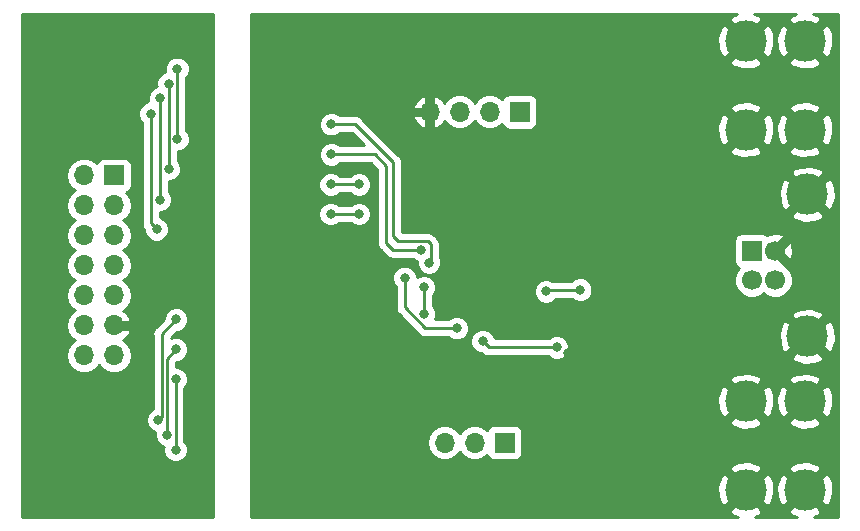
<source format=gbr>
G04 #@! TF.GenerationSoftware,KiCad,Pcbnew,(5.0.2)-1*
G04 #@! TF.CreationDate,2019-03-19T19:21:29-04:00*
G04 #@! TF.ProjectId,Keithley_17X_USB,4b656974-686c-4657-995f-3137585f5553,rev?*
G04 #@! TF.SameCoordinates,Original*
G04 #@! TF.FileFunction,Copper,L2,Bot*
G04 #@! TF.FilePolarity,Positive*
%FSLAX46Y46*%
G04 Gerber Fmt 4.6, Leading zero omitted, Abs format (unit mm)*
G04 Created by KiCad (PCBNEW (5.0.2)-1) date 3/19/2019 7:21:29 PM*
%MOMM*%
%LPD*%
G01*
G04 APERTURE LIST*
G04 #@! TA.AperFunction,ComponentPad*
%ADD10R,1.700000X1.700000*%
G04 #@! TD*
G04 #@! TA.AperFunction,ComponentPad*
%ADD11C,1.700000*%
G04 #@! TD*
G04 #@! TA.AperFunction,ComponentPad*
%ADD12C,3.500000*%
G04 #@! TD*
G04 #@! TA.AperFunction,ComponentPad*
%ADD13O,1.700000X1.700000*%
G04 #@! TD*
G04 #@! TA.AperFunction,ComponentPad*
%ADD14C,5.600000*%
G04 #@! TD*
G04 #@! TA.AperFunction,ViaPad*
%ADD15C,0.800000*%
G04 #@! TD*
G04 #@! TA.AperFunction,Conductor*
%ADD16C,0.250000*%
G04 #@! TD*
G04 #@! TA.AperFunction,Conductor*
%ADD17C,0.254000*%
G04 #@! TD*
G04 APERTURE END LIST*
D10*
G04 #@! TO.P,J1,1*
G04 #@! TO.N,Net-(D1-Pad1)*
X132000000Y-70000000D03*
D11*
G04 #@! TO.P,J1,2*
G04 #@! TO.N,/D-*
X132000000Y-72500000D03*
G04 #@! TO.P,J1,3*
G04 #@! TO.N,/D+*
X134000000Y-72500000D03*
G04 #@! TO.P,J1,4*
G04 #@! TO.N,GND*
X134000000Y-70000000D03*
D12*
G04 #@! TO.P,J1,5*
X136710000Y-65230000D03*
X136710000Y-77270000D03*
G04 #@! TD*
D13*
G04 #@! TO.P,J2,14*
G04 #@! TO.N,N/C*
X75460000Y-78870000D03*
G04 #@! TO.P,J2,13*
G04 #@! TO.N,/D5_IN*
X78000000Y-78870000D03*
G04 #@! TO.P,J2,12*
G04 #@! TO.N,/OVERRANGE_IN*
X75460000Y-76330000D03*
G04 #@! TO.P,J2,11*
G04 #@! TO.N,GNDA*
X78000000Y-76330000D03*
G04 #@! TO.P,J2,10*
G04 #@! TO.N,N/C*
X75460000Y-73790000D03*
G04 #@! TO.P,J2,9*
G04 #@! TO.N,/B1_IN*
X78000000Y-73790000D03*
G04 #@! TO.P,J2,8*
G04 #@! TO.N,N/C*
X75460000Y-71250000D03*
G04 #@! TO.P,J2,7*
G04 #@! TO.N,/B2_IN*
X78000000Y-71250000D03*
G04 #@! TO.P,J2,6*
G04 #@! TO.N,/SIGN_IN*
X75460000Y-68710000D03*
G04 #@! TO.P,J2,5*
G04 #@! TO.N,/B4_IN*
X78000000Y-68710000D03*
G04 #@! TO.P,J2,4*
G04 #@! TO.N,N/C*
X75460000Y-66170000D03*
G04 #@! TO.P,J2,3*
G04 #@! TO.N,/B8_IN*
X78000000Y-66170000D03*
G04 #@! TO.P,J2,2*
G04 #@! TO.N,N/C*
X75460000Y-63630000D03*
D10*
G04 #@! TO.P,J2,1*
G04 #@! TO.N,/CLK_IN*
X78000000Y-63630000D03*
G04 #@! TD*
D14*
G04 #@! TO.P,H1,1*
G04 #@! TO.N,GND*
X95600000Y-52700000D03*
G04 #@! TD*
G04 #@! TO.P,H2,1*
G04 #@! TO.N,GND*
X95600000Y-89800000D03*
G04 #@! TD*
G04 #@! TO.P,H3,1*
G04 #@! TO.N,GND*
X121500000Y-89800000D03*
G04 #@! TD*
G04 #@! TO.P,H4,1*
G04 #@! TO.N,GND*
X121500000Y-52700000D03*
G04 #@! TD*
D12*
G04 #@! TO.P,H5,1*
G04 #@! TO.N,GND*
X131500000Y-52250000D03*
X136500000Y-52250000D03*
X136500000Y-59750000D03*
X131500000Y-59750000D03*
G04 #@! TD*
G04 #@! TO.P,H6,1*
G04 #@! TO.N,GND*
X131500000Y-90250000D03*
X136500000Y-90250000D03*
X136500000Y-82750000D03*
X131500000Y-82750000D03*
G04 #@! TD*
D10*
G04 #@! TO.P,J3,1*
G04 #@! TO.N,+3V3*
X112340000Y-58250000D03*
D13*
G04 #@! TO.P,J3,2*
G04 #@! TO.N,/SBWTDIO*
X109800000Y-58250000D03*
G04 #@! TO.P,J3,3*
G04 #@! TO.N,/SBWTCK*
X107260000Y-58250000D03*
G04 #@! TO.P,J3,4*
G04 #@! TO.N,GND*
X104720000Y-58250000D03*
G04 #@! TD*
D10*
G04 #@! TO.P,JP1,1*
G04 #@! TO.N,Net-(JP1-Pad1)*
X111065000Y-86250000D03*
D13*
G04 #@! TO.P,JP1,2*
G04 #@! TO.N,/RATE*
X108525000Y-86250000D03*
G04 #@! TO.P,JP1,3*
G04 #@! TO.N,Net-(JP1-Pad3)*
X105985000Y-86250000D03*
G04 #@! TD*
D15*
G04 #@! TO.N,GND*
X128700000Y-64500000D03*
X127700000Y-77450000D03*
X115400000Y-76200000D03*
X119350000Y-71750000D03*
X112050000Y-69800000D03*
X112050000Y-71750000D03*
X92860000Y-60570000D03*
X92860000Y-63120000D03*
X92860000Y-65660000D03*
X92860000Y-68200000D03*
X127350000Y-61300000D03*
X127350000Y-58250000D03*
X104350000Y-65150000D03*
X116450000Y-78650000D03*
X113700000Y-67150000D03*
X110500000Y-65125000D03*
X112900000Y-62700000D03*
X107240000Y-80450000D03*
X98350000Y-72900000D03*
X92860000Y-75580000D03*
X92860000Y-78120000D03*
X92860000Y-80650000D03*
X92860000Y-83190000D03*
X103020000Y-65150000D03*
G04 #@! TO.N,+3V3*
X102600000Y-72300000D03*
X107010000Y-76570000D03*
G04 #@! TO.N,/RXLED*
X114575000Y-73450000D03*
X117475000Y-73300000D03*
G04 #@! TO.N,GNDA*
X75040000Y-84335000D03*
X75040000Y-85605000D03*
X75040000Y-86875000D03*
X75040000Y-88145000D03*
X74940000Y-54590000D03*
X74940000Y-55860000D03*
X74940000Y-57130000D03*
X74940000Y-58400000D03*
G04 #@! TO.N,/RATE*
X104250000Y-73100000D03*
X104250000Y-75350000D03*
G04 #@! TO.N,Net-(RN1-Pad6)*
X83210000Y-80900000D03*
X83210000Y-86870000D03*
G04 #@! TO.N,Net-(RN1-Pad7)*
X82480000Y-85600000D03*
X83260000Y-78365000D03*
G04 #@! TO.N,Net-(RN1-Pad8)*
X81750000Y-84340000D03*
X83260000Y-75825000D03*
G04 #@! TO.N,Net-(RN2-Pad8)*
X83360000Y-60570000D03*
X83360000Y-54600000D03*
G04 #@! TO.N,Net-(RN2-Pad7)*
X82630000Y-63100000D03*
X82630000Y-55870000D03*
G04 #@! TO.N,Net-(RN2-Pad6)*
X81900000Y-65700000D03*
X81900000Y-57100000D03*
G04 #@! TO.N,Net-(RN2-Pad5)*
X81600000Y-68200000D03*
X81100000Y-58400000D03*
G04 #@! TO.N,/B1*
X96350000Y-66900000D03*
X98750000Y-66900000D03*
G04 #@! TO.N,/B2*
X96350000Y-64400000D03*
X98750000Y-64400000D03*
G04 #@! TO.N,/B4*
X104000000Y-69950000D03*
X96400000Y-61850000D03*
G04 #@! TO.N,/B8*
X96400000Y-59300000D03*
X104670000Y-71010000D03*
G04 #@! TO.N,/RXD*
X115500000Y-78200000D03*
X109210000Y-77670000D03*
G04 #@! TD*
D16*
G04 #@! TO.N,+3V3*
X104360000Y-76570000D02*
X102600000Y-74810000D01*
X102600000Y-74810000D02*
X102600000Y-72300000D01*
X107010000Y-76570000D02*
X104360000Y-76570000D01*
G04 #@! TO.N,/RXLED*
X114575000Y-73450000D02*
X114725000Y-73300000D01*
X114725000Y-73300000D02*
X117475000Y-73300000D01*
G04 #@! TO.N,/SIGN_IN*
X75460000Y-68830000D02*
X75460000Y-68840000D01*
G04 #@! TO.N,/RATE*
X104250000Y-73100000D02*
X104250000Y-75350000D01*
G04 #@! TO.N,Net-(RN1-Pad6)*
X83210000Y-80900000D02*
X83210000Y-86870000D01*
G04 #@! TO.N,Net-(RN1-Pad7)*
X82480000Y-79145000D02*
X83260000Y-78365000D01*
X82480000Y-85600000D02*
X82480000Y-79145000D01*
G04 #@! TO.N,Net-(RN1-Pad8)*
X82030000Y-77055000D02*
X83260000Y-75825000D01*
X81750000Y-84340000D02*
X82030000Y-84060000D01*
X82030000Y-84060000D02*
X82030000Y-77055000D01*
G04 #@! TO.N,Net-(RN2-Pad8)*
X83360000Y-60570000D02*
X83360000Y-54600000D01*
G04 #@! TO.N,Net-(RN2-Pad7)*
X82630000Y-55870000D02*
X82630000Y-63100000D01*
G04 #@! TO.N,Net-(RN2-Pad6)*
X81900000Y-57100000D02*
X81900000Y-65700000D01*
G04 #@! TO.N,Net-(RN2-Pad5)*
X81600000Y-68200000D02*
X81100000Y-67700000D01*
X81100000Y-67700000D02*
X81100000Y-58400000D01*
G04 #@! TO.N,/B1*
X96350000Y-66900000D02*
X98750000Y-66900000D01*
G04 #@! TO.N,/B2*
X96350000Y-64400000D02*
X98750000Y-64400000D01*
G04 #@! TO.N,/B4*
X96400000Y-61850000D02*
X100060000Y-61850000D01*
X104000000Y-69950000D02*
X101630000Y-69950000D01*
X101630000Y-69950000D02*
X101050000Y-69370000D01*
X101050000Y-69370000D02*
X101050000Y-62840000D01*
X101050000Y-62840000D02*
X100060000Y-61850000D01*
G04 #@! TO.N,/B8*
X104670000Y-71010000D02*
X104820000Y-70860000D01*
X104820000Y-70860000D02*
X104820000Y-69440000D01*
X104820000Y-69440000D02*
X104570000Y-69190000D01*
X104570000Y-69190000D02*
X102010000Y-69190000D01*
X102010000Y-69190000D02*
X101600000Y-68780000D01*
X101600000Y-68780000D02*
X101600000Y-62470000D01*
X98430000Y-59300000D02*
X96400000Y-59300000D01*
X101600000Y-62470000D02*
X98430000Y-59300000D01*
G04 #@! TO.N,/RXD*
X115500000Y-78200000D02*
X109740000Y-78200000D01*
X109740000Y-78200000D02*
X109210000Y-77670000D01*
G04 #@! TD*
D17*
G04 #@! TO.N,GNDA*
G36*
X86373000Y-92540000D02*
X70210000Y-92540000D01*
X70210000Y-84134126D01*
X80715000Y-84134126D01*
X80715000Y-84545874D01*
X80872569Y-84926280D01*
X81163720Y-85217431D01*
X81466279Y-85342755D01*
X81445000Y-85394126D01*
X81445000Y-85805874D01*
X81602569Y-86186280D01*
X81893720Y-86477431D01*
X82199814Y-86604219D01*
X82175000Y-86664126D01*
X82175000Y-87075874D01*
X82332569Y-87456280D01*
X82623720Y-87747431D01*
X83004126Y-87905000D01*
X83415874Y-87905000D01*
X83796280Y-87747431D01*
X84087431Y-87456280D01*
X84245000Y-87075874D01*
X84245000Y-86664126D01*
X84087431Y-86283720D01*
X83970000Y-86166289D01*
X83970000Y-81603711D01*
X84087431Y-81486280D01*
X84245000Y-81105874D01*
X84245000Y-80694126D01*
X84087431Y-80313720D01*
X83796280Y-80022569D01*
X83415874Y-79865000D01*
X83240000Y-79865000D01*
X83240000Y-79459801D01*
X83299801Y-79400000D01*
X83465874Y-79400000D01*
X83846280Y-79242431D01*
X84137431Y-78951280D01*
X84295000Y-78570874D01*
X84295000Y-78159126D01*
X84137431Y-77778720D01*
X83846280Y-77487569D01*
X83465874Y-77330000D01*
X83054126Y-77330000D01*
X82790000Y-77439404D01*
X82790000Y-77369801D01*
X83299802Y-76860000D01*
X83465874Y-76860000D01*
X83846280Y-76702431D01*
X84137431Y-76411280D01*
X84295000Y-76030874D01*
X84295000Y-75619126D01*
X84137431Y-75238720D01*
X83846280Y-74947569D01*
X83465874Y-74790000D01*
X83054126Y-74790000D01*
X82673720Y-74947569D01*
X82382569Y-75238720D01*
X82225000Y-75619126D01*
X82225000Y-75785198D01*
X81545528Y-76464671D01*
X81482072Y-76507071D01*
X81439672Y-76570527D01*
X81439671Y-76570528D01*
X81314097Y-76758463D01*
X81255112Y-77055000D01*
X81270001Y-77129852D01*
X81270000Y-83418546D01*
X81163720Y-83462569D01*
X80872569Y-83753720D01*
X80715000Y-84134126D01*
X70210000Y-84134126D01*
X70210000Y-63630000D01*
X73945908Y-63630000D01*
X74061161Y-64209418D01*
X74389375Y-64700625D01*
X74687761Y-64900000D01*
X74389375Y-65099375D01*
X74061161Y-65590582D01*
X73945908Y-66170000D01*
X74061161Y-66749418D01*
X74389375Y-67240625D01*
X74687761Y-67440000D01*
X74389375Y-67639375D01*
X74061161Y-68130582D01*
X73945908Y-68710000D01*
X74061161Y-69289418D01*
X74389375Y-69780625D01*
X74687761Y-69980000D01*
X74389375Y-70179375D01*
X74061161Y-70670582D01*
X73945908Y-71250000D01*
X74061161Y-71829418D01*
X74389375Y-72320625D01*
X74687761Y-72520000D01*
X74389375Y-72719375D01*
X74061161Y-73210582D01*
X73945908Y-73790000D01*
X74061161Y-74369418D01*
X74389375Y-74860625D01*
X74687761Y-75060000D01*
X74389375Y-75259375D01*
X74061161Y-75750582D01*
X73945908Y-76330000D01*
X74061161Y-76909418D01*
X74389375Y-77400625D01*
X74687761Y-77600000D01*
X74389375Y-77799375D01*
X74061161Y-78290582D01*
X73945908Y-78870000D01*
X74061161Y-79449418D01*
X74389375Y-79940625D01*
X74880582Y-80268839D01*
X75313744Y-80355000D01*
X75606256Y-80355000D01*
X76039418Y-80268839D01*
X76530625Y-79940625D01*
X76730000Y-79642239D01*
X76929375Y-79940625D01*
X77420582Y-80268839D01*
X77853744Y-80355000D01*
X78146256Y-80355000D01*
X78579418Y-80268839D01*
X79070625Y-79940625D01*
X79398839Y-79449418D01*
X79514092Y-78870000D01*
X79398839Y-78290582D01*
X79070625Y-77799375D01*
X78744788Y-77581658D01*
X78995468Y-77431966D01*
X79341397Y-76967135D01*
X79399012Y-76827985D01*
X79297848Y-76603000D01*
X78273000Y-76603000D01*
X78273000Y-76623000D01*
X77727000Y-76623000D01*
X77727000Y-76603000D01*
X77707000Y-76603000D01*
X77707000Y-76057000D01*
X77727000Y-76057000D01*
X77727000Y-76037000D01*
X78273000Y-76037000D01*
X78273000Y-76057000D01*
X79297848Y-76057000D01*
X79399012Y-75832015D01*
X79341397Y-75692865D01*
X78995468Y-75228034D01*
X78744788Y-75078342D01*
X79070625Y-74860625D01*
X79398839Y-74369418D01*
X79514092Y-73790000D01*
X79398839Y-73210582D01*
X79070625Y-72719375D01*
X78772239Y-72520000D01*
X79070625Y-72320625D01*
X79398839Y-71829418D01*
X79514092Y-71250000D01*
X79398839Y-70670582D01*
X79070625Y-70179375D01*
X78772239Y-69980000D01*
X79070625Y-69780625D01*
X79398839Y-69289418D01*
X79514092Y-68710000D01*
X79398839Y-68130582D01*
X79070625Y-67639375D01*
X78772239Y-67440000D01*
X79070625Y-67240625D01*
X79398839Y-66749418D01*
X79514092Y-66170000D01*
X79398839Y-65590582D01*
X79070625Y-65099375D01*
X79052381Y-65087184D01*
X79097765Y-65078157D01*
X79307809Y-64937809D01*
X79448157Y-64727765D01*
X79497440Y-64480000D01*
X79497440Y-62780000D01*
X79448157Y-62532235D01*
X79307809Y-62322191D01*
X79097765Y-62181843D01*
X78850000Y-62132560D01*
X77150000Y-62132560D01*
X76902235Y-62181843D01*
X76692191Y-62322191D01*
X76551843Y-62532235D01*
X76542816Y-62577619D01*
X76530625Y-62559375D01*
X76039418Y-62231161D01*
X75606256Y-62145000D01*
X75313744Y-62145000D01*
X74880582Y-62231161D01*
X74389375Y-62559375D01*
X74061161Y-63050582D01*
X73945908Y-63630000D01*
X70210000Y-63630000D01*
X70210000Y-58194126D01*
X80065000Y-58194126D01*
X80065000Y-58605874D01*
X80222569Y-58986280D01*
X80340001Y-59103712D01*
X80340000Y-67625153D01*
X80325112Y-67700000D01*
X80340000Y-67774847D01*
X80340000Y-67774851D01*
X80384096Y-67996536D01*
X80552071Y-68247929D01*
X80565000Y-68256568D01*
X80565000Y-68405874D01*
X80722569Y-68786280D01*
X81013720Y-69077431D01*
X81394126Y-69235000D01*
X81805874Y-69235000D01*
X82186280Y-69077431D01*
X82477431Y-68786280D01*
X82635000Y-68405874D01*
X82635000Y-67994126D01*
X82477431Y-67613720D01*
X82186280Y-67322569D01*
X81860000Y-67187420D01*
X81860000Y-66735000D01*
X82105874Y-66735000D01*
X82486280Y-66577431D01*
X82777431Y-66286280D01*
X82935000Y-65905874D01*
X82935000Y-65494126D01*
X82777431Y-65113720D01*
X82660000Y-64996289D01*
X82660000Y-64135000D01*
X82835874Y-64135000D01*
X83216280Y-63977431D01*
X83507431Y-63686280D01*
X83665000Y-63305874D01*
X83665000Y-62894126D01*
X83507431Y-62513720D01*
X83390000Y-62396289D01*
X83390000Y-61605000D01*
X83565874Y-61605000D01*
X83946280Y-61447431D01*
X84237431Y-61156280D01*
X84395000Y-60775874D01*
X84395000Y-60364126D01*
X84237431Y-59983720D01*
X84120000Y-59866289D01*
X84120000Y-55303711D01*
X84237431Y-55186280D01*
X84395000Y-54805874D01*
X84395000Y-54394126D01*
X84237431Y-54013720D01*
X83946280Y-53722569D01*
X83565874Y-53565000D01*
X83154126Y-53565000D01*
X82773720Y-53722569D01*
X82482569Y-54013720D01*
X82325000Y-54394126D01*
X82325000Y-54805874D01*
X82349814Y-54865781D01*
X82043720Y-54992569D01*
X81752569Y-55283720D01*
X81595000Y-55664126D01*
X81595000Y-56075874D01*
X81605672Y-56101639D01*
X81313720Y-56222569D01*
X81022569Y-56513720D01*
X80865000Y-56894126D01*
X80865000Y-57305874D01*
X80890170Y-57366639D01*
X80513720Y-57522569D01*
X80222569Y-57813720D01*
X80065000Y-58194126D01*
X70210000Y-58194126D01*
X70210000Y-49960000D01*
X86373000Y-49960000D01*
X86373000Y-92540000D01*
X86373000Y-92540000D01*
G37*
X86373000Y-92540000D02*
X70210000Y-92540000D01*
X70210000Y-84134126D01*
X80715000Y-84134126D01*
X80715000Y-84545874D01*
X80872569Y-84926280D01*
X81163720Y-85217431D01*
X81466279Y-85342755D01*
X81445000Y-85394126D01*
X81445000Y-85805874D01*
X81602569Y-86186280D01*
X81893720Y-86477431D01*
X82199814Y-86604219D01*
X82175000Y-86664126D01*
X82175000Y-87075874D01*
X82332569Y-87456280D01*
X82623720Y-87747431D01*
X83004126Y-87905000D01*
X83415874Y-87905000D01*
X83796280Y-87747431D01*
X84087431Y-87456280D01*
X84245000Y-87075874D01*
X84245000Y-86664126D01*
X84087431Y-86283720D01*
X83970000Y-86166289D01*
X83970000Y-81603711D01*
X84087431Y-81486280D01*
X84245000Y-81105874D01*
X84245000Y-80694126D01*
X84087431Y-80313720D01*
X83796280Y-80022569D01*
X83415874Y-79865000D01*
X83240000Y-79865000D01*
X83240000Y-79459801D01*
X83299801Y-79400000D01*
X83465874Y-79400000D01*
X83846280Y-79242431D01*
X84137431Y-78951280D01*
X84295000Y-78570874D01*
X84295000Y-78159126D01*
X84137431Y-77778720D01*
X83846280Y-77487569D01*
X83465874Y-77330000D01*
X83054126Y-77330000D01*
X82790000Y-77439404D01*
X82790000Y-77369801D01*
X83299802Y-76860000D01*
X83465874Y-76860000D01*
X83846280Y-76702431D01*
X84137431Y-76411280D01*
X84295000Y-76030874D01*
X84295000Y-75619126D01*
X84137431Y-75238720D01*
X83846280Y-74947569D01*
X83465874Y-74790000D01*
X83054126Y-74790000D01*
X82673720Y-74947569D01*
X82382569Y-75238720D01*
X82225000Y-75619126D01*
X82225000Y-75785198D01*
X81545528Y-76464671D01*
X81482072Y-76507071D01*
X81439672Y-76570527D01*
X81439671Y-76570528D01*
X81314097Y-76758463D01*
X81255112Y-77055000D01*
X81270001Y-77129852D01*
X81270000Y-83418546D01*
X81163720Y-83462569D01*
X80872569Y-83753720D01*
X80715000Y-84134126D01*
X70210000Y-84134126D01*
X70210000Y-63630000D01*
X73945908Y-63630000D01*
X74061161Y-64209418D01*
X74389375Y-64700625D01*
X74687761Y-64900000D01*
X74389375Y-65099375D01*
X74061161Y-65590582D01*
X73945908Y-66170000D01*
X74061161Y-66749418D01*
X74389375Y-67240625D01*
X74687761Y-67440000D01*
X74389375Y-67639375D01*
X74061161Y-68130582D01*
X73945908Y-68710000D01*
X74061161Y-69289418D01*
X74389375Y-69780625D01*
X74687761Y-69980000D01*
X74389375Y-70179375D01*
X74061161Y-70670582D01*
X73945908Y-71250000D01*
X74061161Y-71829418D01*
X74389375Y-72320625D01*
X74687761Y-72520000D01*
X74389375Y-72719375D01*
X74061161Y-73210582D01*
X73945908Y-73790000D01*
X74061161Y-74369418D01*
X74389375Y-74860625D01*
X74687761Y-75060000D01*
X74389375Y-75259375D01*
X74061161Y-75750582D01*
X73945908Y-76330000D01*
X74061161Y-76909418D01*
X74389375Y-77400625D01*
X74687761Y-77600000D01*
X74389375Y-77799375D01*
X74061161Y-78290582D01*
X73945908Y-78870000D01*
X74061161Y-79449418D01*
X74389375Y-79940625D01*
X74880582Y-80268839D01*
X75313744Y-80355000D01*
X75606256Y-80355000D01*
X76039418Y-80268839D01*
X76530625Y-79940625D01*
X76730000Y-79642239D01*
X76929375Y-79940625D01*
X77420582Y-80268839D01*
X77853744Y-80355000D01*
X78146256Y-80355000D01*
X78579418Y-80268839D01*
X79070625Y-79940625D01*
X79398839Y-79449418D01*
X79514092Y-78870000D01*
X79398839Y-78290582D01*
X79070625Y-77799375D01*
X78744788Y-77581658D01*
X78995468Y-77431966D01*
X79341397Y-76967135D01*
X79399012Y-76827985D01*
X79297848Y-76603000D01*
X78273000Y-76603000D01*
X78273000Y-76623000D01*
X77727000Y-76623000D01*
X77727000Y-76603000D01*
X77707000Y-76603000D01*
X77707000Y-76057000D01*
X77727000Y-76057000D01*
X77727000Y-76037000D01*
X78273000Y-76037000D01*
X78273000Y-76057000D01*
X79297848Y-76057000D01*
X79399012Y-75832015D01*
X79341397Y-75692865D01*
X78995468Y-75228034D01*
X78744788Y-75078342D01*
X79070625Y-74860625D01*
X79398839Y-74369418D01*
X79514092Y-73790000D01*
X79398839Y-73210582D01*
X79070625Y-72719375D01*
X78772239Y-72520000D01*
X79070625Y-72320625D01*
X79398839Y-71829418D01*
X79514092Y-71250000D01*
X79398839Y-70670582D01*
X79070625Y-70179375D01*
X78772239Y-69980000D01*
X79070625Y-69780625D01*
X79398839Y-69289418D01*
X79514092Y-68710000D01*
X79398839Y-68130582D01*
X79070625Y-67639375D01*
X78772239Y-67440000D01*
X79070625Y-67240625D01*
X79398839Y-66749418D01*
X79514092Y-66170000D01*
X79398839Y-65590582D01*
X79070625Y-65099375D01*
X79052381Y-65087184D01*
X79097765Y-65078157D01*
X79307809Y-64937809D01*
X79448157Y-64727765D01*
X79497440Y-64480000D01*
X79497440Y-62780000D01*
X79448157Y-62532235D01*
X79307809Y-62322191D01*
X79097765Y-62181843D01*
X78850000Y-62132560D01*
X77150000Y-62132560D01*
X76902235Y-62181843D01*
X76692191Y-62322191D01*
X76551843Y-62532235D01*
X76542816Y-62577619D01*
X76530625Y-62559375D01*
X76039418Y-62231161D01*
X75606256Y-62145000D01*
X75313744Y-62145000D01*
X74880582Y-62231161D01*
X74389375Y-62559375D01*
X74061161Y-63050582D01*
X73945908Y-63630000D01*
X70210000Y-63630000D01*
X70210000Y-58194126D01*
X80065000Y-58194126D01*
X80065000Y-58605874D01*
X80222569Y-58986280D01*
X80340001Y-59103712D01*
X80340000Y-67625153D01*
X80325112Y-67700000D01*
X80340000Y-67774847D01*
X80340000Y-67774851D01*
X80384096Y-67996536D01*
X80552071Y-68247929D01*
X80565000Y-68256568D01*
X80565000Y-68405874D01*
X80722569Y-68786280D01*
X81013720Y-69077431D01*
X81394126Y-69235000D01*
X81805874Y-69235000D01*
X82186280Y-69077431D01*
X82477431Y-68786280D01*
X82635000Y-68405874D01*
X82635000Y-67994126D01*
X82477431Y-67613720D01*
X82186280Y-67322569D01*
X81860000Y-67187420D01*
X81860000Y-66735000D01*
X82105874Y-66735000D01*
X82486280Y-66577431D01*
X82777431Y-66286280D01*
X82935000Y-65905874D01*
X82935000Y-65494126D01*
X82777431Y-65113720D01*
X82660000Y-64996289D01*
X82660000Y-64135000D01*
X82835874Y-64135000D01*
X83216280Y-63977431D01*
X83507431Y-63686280D01*
X83665000Y-63305874D01*
X83665000Y-62894126D01*
X83507431Y-62513720D01*
X83390000Y-62396289D01*
X83390000Y-61605000D01*
X83565874Y-61605000D01*
X83946280Y-61447431D01*
X84237431Y-61156280D01*
X84395000Y-60775874D01*
X84395000Y-60364126D01*
X84237431Y-59983720D01*
X84120000Y-59866289D01*
X84120000Y-55303711D01*
X84237431Y-55186280D01*
X84395000Y-54805874D01*
X84395000Y-54394126D01*
X84237431Y-54013720D01*
X83946280Y-53722569D01*
X83565874Y-53565000D01*
X83154126Y-53565000D01*
X82773720Y-53722569D01*
X82482569Y-54013720D01*
X82325000Y-54394126D01*
X82325000Y-54805874D01*
X82349814Y-54865781D01*
X82043720Y-54992569D01*
X81752569Y-55283720D01*
X81595000Y-55664126D01*
X81595000Y-56075874D01*
X81605672Y-56101639D01*
X81313720Y-56222569D01*
X81022569Y-56513720D01*
X80865000Y-56894126D01*
X80865000Y-57305874D01*
X80890170Y-57366639D01*
X80513720Y-57522569D01*
X80222569Y-57813720D01*
X80065000Y-58194126D01*
X70210000Y-58194126D01*
X70210000Y-49960000D01*
X86373000Y-49960000D01*
X86373000Y-92540000D01*
G04 #@! TO.N,GND*
G36*
X130300566Y-50134665D02*
X130097439Y-50461359D01*
X131500000Y-51863920D01*
X132902561Y-50461359D01*
X132699434Y-50134665D01*
X132171421Y-49960000D01*
X135722243Y-49960000D01*
X135300566Y-50134665D01*
X135097439Y-50461359D01*
X136500000Y-51863920D01*
X137902561Y-50461359D01*
X137699434Y-50134665D01*
X137171421Y-49960000D01*
X139290001Y-49960000D01*
X139290000Y-92540000D01*
X137277757Y-92540000D01*
X137699434Y-92365335D01*
X137902561Y-92038641D01*
X136500000Y-90636080D01*
X135097439Y-92038641D01*
X135300566Y-92365335D01*
X135828579Y-92540000D01*
X132277757Y-92540000D01*
X132699434Y-92365335D01*
X132902561Y-92038641D01*
X131500000Y-90636080D01*
X130097439Y-92038641D01*
X130300566Y-92365335D01*
X130828579Y-92540000D01*
X89627000Y-92540000D01*
X89627000Y-89951372D01*
X129086681Y-89951372D01*
X129156104Y-90897641D01*
X129384665Y-91449434D01*
X129711359Y-91652561D01*
X131113920Y-90250000D01*
X131886080Y-90250000D01*
X133288641Y-91652561D01*
X133615335Y-91449434D01*
X133913319Y-90548628D01*
X133869502Y-89951372D01*
X134086681Y-89951372D01*
X134156104Y-90897641D01*
X134384665Y-91449434D01*
X134711359Y-91652561D01*
X136113920Y-90250000D01*
X136886080Y-90250000D01*
X138288641Y-91652561D01*
X138615335Y-91449434D01*
X138913319Y-90548628D01*
X138843896Y-89602359D01*
X138615335Y-89050566D01*
X138288641Y-88847439D01*
X136886080Y-90250000D01*
X136113920Y-90250000D01*
X134711359Y-88847439D01*
X134384665Y-89050566D01*
X134086681Y-89951372D01*
X133869502Y-89951372D01*
X133843896Y-89602359D01*
X133615335Y-89050566D01*
X133288641Y-88847439D01*
X131886080Y-90250000D01*
X131113920Y-90250000D01*
X129711359Y-88847439D01*
X129384665Y-89050566D01*
X129086681Y-89951372D01*
X89627000Y-89951372D01*
X89627000Y-88461359D01*
X130097439Y-88461359D01*
X131500000Y-89863920D01*
X132902561Y-88461359D01*
X135097439Y-88461359D01*
X136500000Y-89863920D01*
X137902561Y-88461359D01*
X137699434Y-88134665D01*
X136798628Y-87836681D01*
X135852359Y-87906104D01*
X135300566Y-88134665D01*
X135097439Y-88461359D01*
X132902561Y-88461359D01*
X132699434Y-88134665D01*
X131798628Y-87836681D01*
X130852359Y-87906104D01*
X130300566Y-88134665D01*
X130097439Y-88461359D01*
X89627000Y-88461359D01*
X89627000Y-86250000D01*
X104470908Y-86250000D01*
X104586161Y-86829418D01*
X104914375Y-87320625D01*
X105405582Y-87648839D01*
X105838744Y-87735000D01*
X106131256Y-87735000D01*
X106564418Y-87648839D01*
X107055625Y-87320625D01*
X107255000Y-87022239D01*
X107454375Y-87320625D01*
X107945582Y-87648839D01*
X108378744Y-87735000D01*
X108671256Y-87735000D01*
X109104418Y-87648839D01*
X109595625Y-87320625D01*
X109607816Y-87302381D01*
X109616843Y-87347765D01*
X109757191Y-87557809D01*
X109967235Y-87698157D01*
X110215000Y-87747440D01*
X111915000Y-87747440D01*
X112162765Y-87698157D01*
X112372809Y-87557809D01*
X112513157Y-87347765D01*
X112562440Y-87100000D01*
X112562440Y-85400000D01*
X112513157Y-85152235D01*
X112372809Y-84942191D01*
X112162765Y-84801843D01*
X111915000Y-84752560D01*
X110215000Y-84752560D01*
X109967235Y-84801843D01*
X109757191Y-84942191D01*
X109616843Y-85152235D01*
X109607816Y-85197619D01*
X109595625Y-85179375D01*
X109104418Y-84851161D01*
X108671256Y-84765000D01*
X108378744Y-84765000D01*
X107945582Y-84851161D01*
X107454375Y-85179375D01*
X107255000Y-85477761D01*
X107055625Y-85179375D01*
X106564418Y-84851161D01*
X106131256Y-84765000D01*
X105838744Y-84765000D01*
X105405582Y-84851161D01*
X104914375Y-85179375D01*
X104586161Y-85670582D01*
X104470908Y-86250000D01*
X89627000Y-86250000D01*
X89627000Y-84538641D01*
X130097439Y-84538641D01*
X130300566Y-84865335D01*
X131201372Y-85163319D01*
X132147641Y-85093896D01*
X132699434Y-84865335D01*
X132902561Y-84538641D01*
X135097439Y-84538641D01*
X135300566Y-84865335D01*
X136201372Y-85163319D01*
X137147641Y-85093896D01*
X137699434Y-84865335D01*
X137902561Y-84538641D01*
X136500000Y-83136080D01*
X135097439Y-84538641D01*
X132902561Y-84538641D01*
X131500000Y-83136080D01*
X130097439Y-84538641D01*
X89627000Y-84538641D01*
X89627000Y-82451372D01*
X129086681Y-82451372D01*
X129156104Y-83397641D01*
X129384665Y-83949434D01*
X129711359Y-84152561D01*
X131113920Y-82750000D01*
X131886080Y-82750000D01*
X133288641Y-84152561D01*
X133615335Y-83949434D01*
X133913319Y-83048628D01*
X133869502Y-82451372D01*
X134086681Y-82451372D01*
X134156104Y-83397641D01*
X134384665Y-83949434D01*
X134711359Y-84152561D01*
X136113920Y-82750000D01*
X136886080Y-82750000D01*
X138288641Y-84152561D01*
X138615335Y-83949434D01*
X138913319Y-83048628D01*
X138843896Y-82102359D01*
X138615335Y-81550566D01*
X138288641Y-81347439D01*
X136886080Y-82750000D01*
X136113920Y-82750000D01*
X134711359Y-81347439D01*
X134384665Y-81550566D01*
X134086681Y-82451372D01*
X133869502Y-82451372D01*
X133843896Y-82102359D01*
X133615335Y-81550566D01*
X133288641Y-81347439D01*
X131886080Y-82750000D01*
X131113920Y-82750000D01*
X129711359Y-81347439D01*
X129384665Y-81550566D01*
X129086681Y-82451372D01*
X89627000Y-82451372D01*
X89627000Y-80961359D01*
X130097439Y-80961359D01*
X131500000Y-82363920D01*
X132902561Y-80961359D01*
X135097439Y-80961359D01*
X136500000Y-82363920D01*
X137902561Y-80961359D01*
X137699434Y-80634665D01*
X136798628Y-80336681D01*
X135852359Y-80406104D01*
X135300566Y-80634665D01*
X135097439Y-80961359D01*
X132902561Y-80961359D01*
X132699434Y-80634665D01*
X131798628Y-80336681D01*
X130852359Y-80406104D01*
X130300566Y-80634665D01*
X130097439Y-80961359D01*
X89627000Y-80961359D01*
X89627000Y-72094126D01*
X101565000Y-72094126D01*
X101565000Y-72505874D01*
X101722569Y-72886280D01*
X101840001Y-73003712D01*
X101840000Y-74735153D01*
X101825112Y-74810000D01*
X101840000Y-74884847D01*
X101840000Y-74884851D01*
X101884096Y-75106536D01*
X102052071Y-75357929D01*
X102115530Y-75400331D01*
X103769671Y-77054473D01*
X103812071Y-77117929D01*
X104063463Y-77285904D01*
X104285148Y-77330000D01*
X104285153Y-77330000D01*
X104360000Y-77344888D01*
X104434847Y-77330000D01*
X106306289Y-77330000D01*
X106423720Y-77447431D01*
X106804126Y-77605000D01*
X107215874Y-77605000D01*
X107555974Y-77464126D01*
X108175000Y-77464126D01*
X108175000Y-77875874D01*
X108332569Y-78256280D01*
X108623720Y-78547431D01*
X109004126Y-78705000D01*
X109163387Y-78705000D01*
X109192071Y-78747929D01*
X109443463Y-78915904D01*
X109665148Y-78960000D01*
X109665152Y-78960000D01*
X109739999Y-78974888D01*
X109814846Y-78960000D01*
X114796289Y-78960000D01*
X114913720Y-79077431D01*
X115294126Y-79235000D01*
X115705874Y-79235000D01*
X116086280Y-79077431D01*
X116105070Y-79058641D01*
X135307439Y-79058641D01*
X135510566Y-79385335D01*
X136411372Y-79683319D01*
X137357641Y-79613896D01*
X137909434Y-79385335D01*
X138112561Y-79058641D01*
X136710000Y-77656080D01*
X135307439Y-79058641D01*
X116105070Y-79058641D01*
X116377431Y-78786280D01*
X116535000Y-78405874D01*
X116535000Y-77994126D01*
X116377431Y-77613720D01*
X116086280Y-77322569D01*
X115705874Y-77165000D01*
X115294126Y-77165000D01*
X114913720Y-77322569D01*
X114796289Y-77440000D01*
X110235007Y-77440000D01*
X110087431Y-77083720D01*
X109975083Y-76971372D01*
X134296681Y-76971372D01*
X134366104Y-77917641D01*
X134594665Y-78469434D01*
X134921359Y-78672561D01*
X136323920Y-77270000D01*
X137096080Y-77270000D01*
X138498641Y-78672561D01*
X138825335Y-78469434D01*
X139123319Y-77568628D01*
X139053896Y-76622359D01*
X138825335Y-76070566D01*
X138498641Y-75867439D01*
X137096080Y-77270000D01*
X136323920Y-77270000D01*
X134921359Y-75867439D01*
X134594665Y-76070566D01*
X134296681Y-76971372D01*
X109975083Y-76971372D01*
X109796280Y-76792569D01*
X109415874Y-76635000D01*
X109004126Y-76635000D01*
X108623720Y-76792569D01*
X108332569Y-77083720D01*
X108175000Y-77464126D01*
X107555974Y-77464126D01*
X107596280Y-77447431D01*
X107887431Y-77156280D01*
X108045000Y-76775874D01*
X108045000Y-76364126D01*
X107887431Y-75983720D01*
X107596280Y-75692569D01*
X107215874Y-75535000D01*
X106804126Y-75535000D01*
X106423720Y-75692569D01*
X106306289Y-75810000D01*
X105179738Y-75810000D01*
X105285000Y-75555874D01*
X105285000Y-75481359D01*
X135307439Y-75481359D01*
X136710000Y-76883920D01*
X138112561Y-75481359D01*
X137909434Y-75154665D01*
X137008628Y-74856681D01*
X136062359Y-74926104D01*
X135510566Y-75154665D01*
X135307439Y-75481359D01*
X105285000Y-75481359D01*
X105285000Y-75144126D01*
X105127431Y-74763720D01*
X105010000Y-74646289D01*
X105010000Y-73803711D01*
X105127431Y-73686280D01*
X105285000Y-73305874D01*
X105285000Y-73244126D01*
X113540000Y-73244126D01*
X113540000Y-73655874D01*
X113697569Y-74036280D01*
X113988720Y-74327431D01*
X114369126Y-74485000D01*
X114780874Y-74485000D01*
X115161280Y-74327431D01*
X115428711Y-74060000D01*
X116771289Y-74060000D01*
X116888720Y-74177431D01*
X117269126Y-74335000D01*
X117680874Y-74335000D01*
X118061280Y-74177431D01*
X118352431Y-73886280D01*
X118510000Y-73505874D01*
X118510000Y-73094126D01*
X118352431Y-72713720D01*
X118061280Y-72422569D01*
X117680874Y-72265000D01*
X117269126Y-72265000D01*
X116888720Y-72422569D01*
X116771289Y-72540000D01*
X115082651Y-72540000D01*
X114780874Y-72415000D01*
X114369126Y-72415000D01*
X113988720Y-72572569D01*
X113697569Y-72863720D01*
X113540000Y-73244126D01*
X105285000Y-73244126D01*
X105285000Y-72894126D01*
X105127431Y-72513720D01*
X104836280Y-72222569D01*
X104455874Y-72065000D01*
X104044126Y-72065000D01*
X103663720Y-72222569D01*
X103635000Y-72251289D01*
X103635000Y-72094126D01*
X103477431Y-71713720D01*
X103186280Y-71422569D01*
X102805874Y-71265000D01*
X102394126Y-71265000D01*
X102013720Y-71422569D01*
X101722569Y-71713720D01*
X101565000Y-72094126D01*
X89627000Y-72094126D01*
X89627000Y-66694126D01*
X95315000Y-66694126D01*
X95315000Y-67105874D01*
X95472569Y-67486280D01*
X95763720Y-67777431D01*
X96144126Y-67935000D01*
X96555874Y-67935000D01*
X96936280Y-67777431D01*
X97053711Y-67660000D01*
X98046289Y-67660000D01*
X98163720Y-67777431D01*
X98544126Y-67935000D01*
X98955874Y-67935000D01*
X99336280Y-67777431D01*
X99627431Y-67486280D01*
X99785000Y-67105874D01*
X99785000Y-66694126D01*
X99627431Y-66313720D01*
X99336280Y-66022569D01*
X98955874Y-65865000D01*
X98544126Y-65865000D01*
X98163720Y-66022569D01*
X98046289Y-66140000D01*
X97053711Y-66140000D01*
X96936280Y-66022569D01*
X96555874Y-65865000D01*
X96144126Y-65865000D01*
X95763720Y-66022569D01*
X95472569Y-66313720D01*
X95315000Y-66694126D01*
X89627000Y-66694126D01*
X89627000Y-64194126D01*
X95315000Y-64194126D01*
X95315000Y-64605874D01*
X95472569Y-64986280D01*
X95763720Y-65277431D01*
X96144126Y-65435000D01*
X96555874Y-65435000D01*
X96936280Y-65277431D01*
X97053711Y-65160000D01*
X98046289Y-65160000D01*
X98163720Y-65277431D01*
X98544126Y-65435000D01*
X98955874Y-65435000D01*
X99336280Y-65277431D01*
X99627431Y-64986280D01*
X99785000Y-64605874D01*
X99785000Y-64194126D01*
X99627431Y-63813720D01*
X99336280Y-63522569D01*
X98955874Y-63365000D01*
X98544126Y-63365000D01*
X98163720Y-63522569D01*
X98046289Y-63640000D01*
X97053711Y-63640000D01*
X96936280Y-63522569D01*
X96555874Y-63365000D01*
X96144126Y-63365000D01*
X95763720Y-63522569D01*
X95472569Y-63813720D01*
X95315000Y-64194126D01*
X89627000Y-64194126D01*
X89627000Y-59094126D01*
X95365000Y-59094126D01*
X95365000Y-59505874D01*
X95522569Y-59886280D01*
X95813720Y-60177431D01*
X96194126Y-60335000D01*
X96605874Y-60335000D01*
X96986280Y-60177431D01*
X97103711Y-60060000D01*
X98115199Y-60060000D01*
X99145199Y-61090000D01*
X97103711Y-61090000D01*
X96986280Y-60972569D01*
X96605874Y-60815000D01*
X96194126Y-60815000D01*
X95813720Y-60972569D01*
X95522569Y-61263720D01*
X95365000Y-61644126D01*
X95365000Y-62055874D01*
X95522569Y-62436280D01*
X95813720Y-62727431D01*
X96194126Y-62885000D01*
X96605874Y-62885000D01*
X96986280Y-62727431D01*
X97103711Y-62610000D01*
X99745198Y-62610000D01*
X100290001Y-63154803D01*
X100290000Y-69295153D01*
X100275112Y-69370000D01*
X100290000Y-69444847D01*
X100290000Y-69444851D01*
X100334096Y-69666536D01*
X100502071Y-69917929D01*
X100565530Y-69960331D01*
X101039671Y-70434473D01*
X101082071Y-70497929D01*
X101333463Y-70665904D01*
X101555148Y-70710000D01*
X101555153Y-70710000D01*
X101630000Y-70724888D01*
X101704847Y-70710000D01*
X103296289Y-70710000D01*
X103413720Y-70827431D01*
X103635000Y-70919088D01*
X103635000Y-71215874D01*
X103792569Y-71596280D01*
X104083720Y-71887431D01*
X104464126Y-72045000D01*
X104875874Y-72045000D01*
X105256280Y-71887431D01*
X105547431Y-71596280D01*
X105705000Y-71215874D01*
X105705000Y-70804126D01*
X105580000Y-70502349D01*
X105580000Y-69514846D01*
X105594888Y-69439999D01*
X105580000Y-69365152D01*
X105580000Y-69365148D01*
X105537205Y-69150000D01*
X130502560Y-69150000D01*
X130502560Y-70850000D01*
X130551843Y-71097765D01*
X130692191Y-71307809D01*
X130902235Y-71448157D01*
X130943523Y-71456370D01*
X130741078Y-71658815D01*
X130515000Y-72204615D01*
X130515000Y-72795385D01*
X130741078Y-73341185D01*
X131158815Y-73758922D01*
X131704615Y-73985000D01*
X132295385Y-73985000D01*
X132841185Y-73758922D01*
X133000000Y-73600107D01*
X133158815Y-73758922D01*
X133704615Y-73985000D01*
X134295385Y-73985000D01*
X134841185Y-73758922D01*
X135258922Y-73341185D01*
X135485000Y-72795385D01*
X135485000Y-72204615D01*
X135258922Y-71658815D01*
X134841185Y-71241078D01*
X134722249Y-71191813D01*
X134745689Y-71131770D01*
X134000000Y-70386080D01*
X133985858Y-70400223D01*
X133599778Y-70014143D01*
X133613920Y-70000000D01*
X134386080Y-70000000D01*
X135131770Y-70745689D01*
X135365316Y-70654514D01*
X135511859Y-70082208D01*
X135428235Y-69497387D01*
X135365316Y-69345486D01*
X135131770Y-69254311D01*
X134386080Y-70000000D01*
X133613920Y-70000000D01*
X133599778Y-69985858D01*
X133985858Y-69599777D01*
X134000000Y-69613920D01*
X134745689Y-68868230D01*
X134654514Y-68634684D01*
X134082208Y-68488141D01*
X133497387Y-68571765D01*
X133345486Y-68634684D01*
X133317420Y-68706575D01*
X133307809Y-68692191D01*
X133097765Y-68551843D01*
X132850000Y-68502560D01*
X131150000Y-68502560D01*
X130902235Y-68551843D01*
X130692191Y-68692191D01*
X130551843Y-68902235D01*
X130502560Y-69150000D01*
X105537205Y-69150000D01*
X105535904Y-69143463D01*
X105367929Y-68892071D01*
X105304472Y-68849670D01*
X105160330Y-68705529D01*
X105117929Y-68642071D01*
X104866537Y-68474096D01*
X104644852Y-68430000D01*
X104644847Y-68430000D01*
X104570000Y-68415112D01*
X104495153Y-68430000D01*
X102360000Y-68430000D01*
X102360000Y-67018641D01*
X135307439Y-67018641D01*
X135510566Y-67345335D01*
X136411372Y-67643319D01*
X137357641Y-67573896D01*
X137909434Y-67345335D01*
X138112561Y-67018641D01*
X136710000Y-65616080D01*
X135307439Y-67018641D01*
X102360000Y-67018641D01*
X102360000Y-64931372D01*
X134296681Y-64931372D01*
X134366104Y-65877641D01*
X134594665Y-66429434D01*
X134921359Y-66632561D01*
X136323920Y-65230000D01*
X137096080Y-65230000D01*
X138498641Y-66632561D01*
X138825335Y-66429434D01*
X139123319Y-65528628D01*
X139053896Y-64582359D01*
X138825335Y-64030566D01*
X138498641Y-63827439D01*
X137096080Y-65230000D01*
X136323920Y-65230000D01*
X134921359Y-63827439D01*
X134594665Y-64030566D01*
X134296681Y-64931372D01*
X102360000Y-64931372D01*
X102360000Y-63441359D01*
X135307439Y-63441359D01*
X136710000Y-64843920D01*
X138112561Y-63441359D01*
X137909434Y-63114665D01*
X137008628Y-62816681D01*
X136062359Y-62886104D01*
X135510566Y-63114665D01*
X135307439Y-63441359D01*
X102360000Y-63441359D01*
X102360000Y-62544847D01*
X102374888Y-62470000D01*
X102360000Y-62395153D01*
X102360000Y-62395148D01*
X102315904Y-62173463D01*
X102147929Y-61922071D01*
X102084473Y-61879671D01*
X101743443Y-61538641D01*
X130097439Y-61538641D01*
X130300566Y-61865335D01*
X131201372Y-62163319D01*
X132147641Y-62093896D01*
X132699434Y-61865335D01*
X132902561Y-61538641D01*
X135097439Y-61538641D01*
X135300566Y-61865335D01*
X136201372Y-62163319D01*
X137147641Y-62093896D01*
X137699434Y-61865335D01*
X137902561Y-61538641D01*
X136500000Y-60136080D01*
X135097439Y-61538641D01*
X132902561Y-61538641D01*
X131500000Y-60136080D01*
X130097439Y-61538641D01*
X101743443Y-61538641D01*
X99020331Y-58815530D01*
X98977929Y-58752071D01*
X98971819Y-58747988D01*
X103320967Y-58747988D01*
X103618034Y-59245468D01*
X104082865Y-59591397D01*
X104222015Y-59649012D01*
X104447000Y-59547848D01*
X104447000Y-58523000D01*
X103419039Y-58523000D01*
X103320967Y-58747988D01*
X98971819Y-58747988D01*
X98726537Y-58584096D01*
X98504852Y-58540000D01*
X98504847Y-58540000D01*
X98430000Y-58525112D01*
X98355153Y-58540000D01*
X97103711Y-58540000D01*
X96986280Y-58422569D01*
X96605874Y-58265000D01*
X96194126Y-58265000D01*
X95813720Y-58422569D01*
X95522569Y-58713720D01*
X95365000Y-59094126D01*
X89627000Y-59094126D01*
X89627000Y-57752012D01*
X103320967Y-57752012D01*
X103419039Y-57977000D01*
X104447000Y-57977000D01*
X104447000Y-56952152D01*
X104993000Y-56952152D01*
X104993000Y-57977000D01*
X105013000Y-57977000D01*
X105013000Y-58523000D01*
X104993000Y-58523000D01*
X104993000Y-59547848D01*
X105217985Y-59649012D01*
X105357135Y-59591397D01*
X105821966Y-59245468D01*
X105971658Y-58994788D01*
X106189375Y-59320625D01*
X106680582Y-59648839D01*
X107113744Y-59735000D01*
X107406256Y-59735000D01*
X107839418Y-59648839D01*
X108330625Y-59320625D01*
X108530000Y-59022239D01*
X108729375Y-59320625D01*
X109220582Y-59648839D01*
X109653744Y-59735000D01*
X109946256Y-59735000D01*
X110379418Y-59648839D01*
X110870625Y-59320625D01*
X110882816Y-59302381D01*
X110891843Y-59347765D01*
X111032191Y-59557809D01*
X111242235Y-59698157D01*
X111490000Y-59747440D01*
X113190000Y-59747440D01*
X113437765Y-59698157D01*
X113647809Y-59557809D01*
X113718928Y-59451372D01*
X129086681Y-59451372D01*
X129156104Y-60397641D01*
X129384665Y-60949434D01*
X129711359Y-61152561D01*
X131113920Y-59750000D01*
X131886080Y-59750000D01*
X133288641Y-61152561D01*
X133615335Y-60949434D01*
X133913319Y-60048628D01*
X133869502Y-59451372D01*
X134086681Y-59451372D01*
X134156104Y-60397641D01*
X134384665Y-60949434D01*
X134711359Y-61152561D01*
X136113920Y-59750000D01*
X136886080Y-59750000D01*
X138288641Y-61152561D01*
X138615335Y-60949434D01*
X138913319Y-60048628D01*
X138843896Y-59102359D01*
X138615335Y-58550566D01*
X138288641Y-58347439D01*
X136886080Y-59750000D01*
X136113920Y-59750000D01*
X134711359Y-58347439D01*
X134384665Y-58550566D01*
X134086681Y-59451372D01*
X133869502Y-59451372D01*
X133843896Y-59102359D01*
X133615335Y-58550566D01*
X133288641Y-58347439D01*
X131886080Y-59750000D01*
X131113920Y-59750000D01*
X129711359Y-58347439D01*
X129384665Y-58550566D01*
X129086681Y-59451372D01*
X113718928Y-59451372D01*
X113788157Y-59347765D01*
X113837440Y-59100000D01*
X113837440Y-57961359D01*
X130097439Y-57961359D01*
X131500000Y-59363920D01*
X132902561Y-57961359D01*
X135097439Y-57961359D01*
X136500000Y-59363920D01*
X137902561Y-57961359D01*
X137699434Y-57634665D01*
X136798628Y-57336681D01*
X135852359Y-57406104D01*
X135300566Y-57634665D01*
X135097439Y-57961359D01*
X132902561Y-57961359D01*
X132699434Y-57634665D01*
X131798628Y-57336681D01*
X130852359Y-57406104D01*
X130300566Y-57634665D01*
X130097439Y-57961359D01*
X113837440Y-57961359D01*
X113837440Y-57400000D01*
X113788157Y-57152235D01*
X113647809Y-56942191D01*
X113437765Y-56801843D01*
X113190000Y-56752560D01*
X111490000Y-56752560D01*
X111242235Y-56801843D01*
X111032191Y-56942191D01*
X110891843Y-57152235D01*
X110882816Y-57197619D01*
X110870625Y-57179375D01*
X110379418Y-56851161D01*
X109946256Y-56765000D01*
X109653744Y-56765000D01*
X109220582Y-56851161D01*
X108729375Y-57179375D01*
X108530000Y-57477761D01*
X108330625Y-57179375D01*
X107839418Y-56851161D01*
X107406256Y-56765000D01*
X107113744Y-56765000D01*
X106680582Y-56851161D01*
X106189375Y-57179375D01*
X105971658Y-57505212D01*
X105821966Y-57254532D01*
X105357135Y-56908603D01*
X105217985Y-56850988D01*
X104993000Y-56952152D01*
X104447000Y-56952152D01*
X104222015Y-56850988D01*
X104082865Y-56908603D01*
X103618034Y-57254532D01*
X103320967Y-57752012D01*
X89627000Y-57752012D01*
X89627000Y-54038641D01*
X130097439Y-54038641D01*
X130300566Y-54365335D01*
X131201372Y-54663319D01*
X132147641Y-54593896D01*
X132699434Y-54365335D01*
X132902561Y-54038641D01*
X135097439Y-54038641D01*
X135300566Y-54365335D01*
X136201372Y-54663319D01*
X137147641Y-54593896D01*
X137699434Y-54365335D01*
X137902561Y-54038641D01*
X136500000Y-52636080D01*
X135097439Y-54038641D01*
X132902561Y-54038641D01*
X131500000Y-52636080D01*
X130097439Y-54038641D01*
X89627000Y-54038641D01*
X89627000Y-51951372D01*
X129086681Y-51951372D01*
X129156104Y-52897641D01*
X129384665Y-53449434D01*
X129711359Y-53652561D01*
X131113920Y-52250000D01*
X131886080Y-52250000D01*
X133288641Y-53652561D01*
X133615335Y-53449434D01*
X133913319Y-52548628D01*
X133869502Y-51951372D01*
X134086681Y-51951372D01*
X134156104Y-52897641D01*
X134384665Y-53449434D01*
X134711359Y-53652561D01*
X136113920Y-52250000D01*
X136886080Y-52250000D01*
X138288641Y-53652561D01*
X138615335Y-53449434D01*
X138913319Y-52548628D01*
X138843896Y-51602359D01*
X138615335Y-51050566D01*
X138288641Y-50847439D01*
X136886080Y-52250000D01*
X136113920Y-52250000D01*
X134711359Y-50847439D01*
X134384665Y-51050566D01*
X134086681Y-51951372D01*
X133869502Y-51951372D01*
X133843896Y-51602359D01*
X133615335Y-51050566D01*
X133288641Y-50847439D01*
X131886080Y-52250000D01*
X131113920Y-52250000D01*
X129711359Y-50847439D01*
X129384665Y-51050566D01*
X129086681Y-51951372D01*
X89627000Y-51951372D01*
X89627000Y-49960000D01*
X130722243Y-49960000D01*
X130300566Y-50134665D01*
X130300566Y-50134665D01*
G37*
X130300566Y-50134665D02*
X130097439Y-50461359D01*
X131500000Y-51863920D01*
X132902561Y-50461359D01*
X132699434Y-50134665D01*
X132171421Y-49960000D01*
X135722243Y-49960000D01*
X135300566Y-50134665D01*
X135097439Y-50461359D01*
X136500000Y-51863920D01*
X137902561Y-50461359D01*
X137699434Y-50134665D01*
X137171421Y-49960000D01*
X139290001Y-49960000D01*
X139290000Y-92540000D01*
X137277757Y-92540000D01*
X137699434Y-92365335D01*
X137902561Y-92038641D01*
X136500000Y-90636080D01*
X135097439Y-92038641D01*
X135300566Y-92365335D01*
X135828579Y-92540000D01*
X132277757Y-92540000D01*
X132699434Y-92365335D01*
X132902561Y-92038641D01*
X131500000Y-90636080D01*
X130097439Y-92038641D01*
X130300566Y-92365335D01*
X130828579Y-92540000D01*
X89627000Y-92540000D01*
X89627000Y-89951372D01*
X129086681Y-89951372D01*
X129156104Y-90897641D01*
X129384665Y-91449434D01*
X129711359Y-91652561D01*
X131113920Y-90250000D01*
X131886080Y-90250000D01*
X133288641Y-91652561D01*
X133615335Y-91449434D01*
X133913319Y-90548628D01*
X133869502Y-89951372D01*
X134086681Y-89951372D01*
X134156104Y-90897641D01*
X134384665Y-91449434D01*
X134711359Y-91652561D01*
X136113920Y-90250000D01*
X136886080Y-90250000D01*
X138288641Y-91652561D01*
X138615335Y-91449434D01*
X138913319Y-90548628D01*
X138843896Y-89602359D01*
X138615335Y-89050566D01*
X138288641Y-88847439D01*
X136886080Y-90250000D01*
X136113920Y-90250000D01*
X134711359Y-88847439D01*
X134384665Y-89050566D01*
X134086681Y-89951372D01*
X133869502Y-89951372D01*
X133843896Y-89602359D01*
X133615335Y-89050566D01*
X133288641Y-88847439D01*
X131886080Y-90250000D01*
X131113920Y-90250000D01*
X129711359Y-88847439D01*
X129384665Y-89050566D01*
X129086681Y-89951372D01*
X89627000Y-89951372D01*
X89627000Y-88461359D01*
X130097439Y-88461359D01*
X131500000Y-89863920D01*
X132902561Y-88461359D01*
X135097439Y-88461359D01*
X136500000Y-89863920D01*
X137902561Y-88461359D01*
X137699434Y-88134665D01*
X136798628Y-87836681D01*
X135852359Y-87906104D01*
X135300566Y-88134665D01*
X135097439Y-88461359D01*
X132902561Y-88461359D01*
X132699434Y-88134665D01*
X131798628Y-87836681D01*
X130852359Y-87906104D01*
X130300566Y-88134665D01*
X130097439Y-88461359D01*
X89627000Y-88461359D01*
X89627000Y-86250000D01*
X104470908Y-86250000D01*
X104586161Y-86829418D01*
X104914375Y-87320625D01*
X105405582Y-87648839D01*
X105838744Y-87735000D01*
X106131256Y-87735000D01*
X106564418Y-87648839D01*
X107055625Y-87320625D01*
X107255000Y-87022239D01*
X107454375Y-87320625D01*
X107945582Y-87648839D01*
X108378744Y-87735000D01*
X108671256Y-87735000D01*
X109104418Y-87648839D01*
X109595625Y-87320625D01*
X109607816Y-87302381D01*
X109616843Y-87347765D01*
X109757191Y-87557809D01*
X109967235Y-87698157D01*
X110215000Y-87747440D01*
X111915000Y-87747440D01*
X112162765Y-87698157D01*
X112372809Y-87557809D01*
X112513157Y-87347765D01*
X112562440Y-87100000D01*
X112562440Y-85400000D01*
X112513157Y-85152235D01*
X112372809Y-84942191D01*
X112162765Y-84801843D01*
X111915000Y-84752560D01*
X110215000Y-84752560D01*
X109967235Y-84801843D01*
X109757191Y-84942191D01*
X109616843Y-85152235D01*
X109607816Y-85197619D01*
X109595625Y-85179375D01*
X109104418Y-84851161D01*
X108671256Y-84765000D01*
X108378744Y-84765000D01*
X107945582Y-84851161D01*
X107454375Y-85179375D01*
X107255000Y-85477761D01*
X107055625Y-85179375D01*
X106564418Y-84851161D01*
X106131256Y-84765000D01*
X105838744Y-84765000D01*
X105405582Y-84851161D01*
X104914375Y-85179375D01*
X104586161Y-85670582D01*
X104470908Y-86250000D01*
X89627000Y-86250000D01*
X89627000Y-84538641D01*
X130097439Y-84538641D01*
X130300566Y-84865335D01*
X131201372Y-85163319D01*
X132147641Y-85093896D01*
X132699434Y-84865335D01*
X132902561Y-84538641D01*
X135097439Y-84538641D01*
X135300566Y-84865335D01*
X136201372Y-85163319D01*
X137147641Y-85093896D01*
X137699434Y-84865335D01*
X137902561Y-84538641D01*
X136500000Y-83136080D01*
X135097439Y-84538641D01*
X132902561Y-84538641D01*
X131500000Y-83136080D01*
X130097439Y-84538641D01*
X89627000Y-84538641D01*
X89627000Y-82451372D01*
X129086681Y-82451372D01*
X129156104Y-83397641D01*
X129384665Y-83949434D01*
X129711359Y-84152561D01*
X131113920Y-82750000D01*
X131886080Y-82750000D01*
X133288641Y-84152561D01*
X133615335Y-83949434D01*
X133913319Y-83048628D01*
X133869502Y-82451372D01*
X134086681Y-82451372D01*
X134156104Y-83397641D01*
X134384665Y-83949434D01*
X134711359Y-84152561D01*
X136113920Y-82750000D01*
X136886080Y-82750000D01*
X138288641Y-84152561D01*
X138615335Y-83949434D01*
X138913319Y-83048628D01*
X138843896Y-82102359D01*
X138615335Y-81550566D01*
X138288641Y-81347439D01*
X136886080Y-82750000D01*
X136113920Y-82750000D01*
X134711359Y-81347439D01*
X134384665Y-81550566D01*
X134086681Y-82451372D01*
X133869502Y-82451372D01*
X133843896Y-82102359D01*
X133615335Y-81550566D01*
X133288641Y-81347439D01*
X131886080Y-82750000D01*
X131113920Y-82750000D01*
X129711359Y-81347439D01*
X129384665Y-81550566D01*
X129086681Y-82451372D01*
X89627000Y-82451372D01*
X89627000Y-80961359D01*
X130097439Y-80961359D01*
X131500000Y-82363920D01*
X132902561Y-80961359D01*
X135097439Y-80961359D01*
X136500000Y-82363920D01*
X137902561Y-80961359D01*
X137699434Y-80634665D01*
X136798628Y-80336681D01*
X135852359Y-80406104D01*
X135300566Y-80634665D01*
X135097439Y-80961359D01*
X132902561Y-80961359D01*
X132699434Y-80634665D01*
X131798628Y-80336681D01*
X130852359Y-80406104D01*
X130300566Y-80634665D01*
X130097439Y-80961359D01*
X89627000Y-80961359D01*
X89627000Y-72094126D01*
X101565000Y-72094126D01*
X101565000Y-72505874D01*
X101722569Y-72886280D01*
X101840001Y-73003712D01*
X101840000Y-74735153D01*
X101825112Y-74810000D01*
X101840000Y-74884847D01*
X101840000Y-74884851D01*
X101884096Y-75106536D01*
X102052071Y-75357929D01*
X102115530Y-75400331D01*
X103769671Y-77054473D01*
X103812071Y-77117929D01*
X104063463Y-77285904D01*
X104285148Y-77330000D01*
X104285153Y-77330000D01*
X104360000Y-77344888D01*
X104434847Y-77330000D01*
X106306289Y-77330000D01*
X106423720Y-77447431D01*
X106804126Y-77605000D01*
X107215874Y-77605000D01*
X107555974Y-77464126D01*
X108175000Y-77464126D01*
X108175000Y-77875874D01*
X108332569Y-78256280D01*
X108623720Y-78547431D01*
X109004126Y-78705000D01*
X109163387Y-78705000D01*
X109192071Y-78747929D01*
X109443463Y-78915904D01*
X109665148Y-78960000D01*
X109665152Y-78960000D01*
X109739999Y-78974888D01*
X109814846Y-78960000D01*
X114796289Y-78960000D01*
X114913720Y-79077431D01*
X115294126Y-79235000D01*
X115705874Y-79235000D01*
X116086280Y-79077431D01*
X116105070Y-79058641D01*
X135307439Y-79058641D01*
X135510566Y-79385335D01*
X136411372Y-79683319D01*
X137357641Y-79613896D01*
X137909434Y-79385335D01*
X138112561Y-79058641D01*
X136710000Y-77656080D01*
X135307439Y-79058641D01*
X116105070Y-79058641D01*
X116377431Y-78786280D01*
X116535000Y-78405874D01*
X116535000Y-77994126D01*
X116377431Y-77613720D01*
X116086280Y-77322569D01*
X115705874Y-77165000D01*
X115294126Y-77165000D01*
X114913720Y-77322569D01*
X114796289Y-77440000D01*
X110235007Y-77440000D01*
X110087431Y-77083720D01*
X109975083Y-76971372D01*
X134296681Y-76971372D01*
X134366104Y-77917641D01*
X134594665Y-78469434D01*
X134921359Y-78672561D01*
X136323920Y-77270000D01*
X137096080Y-77270000D01*
X138498641Y-78672561D01*
X138825335Y-78469434D01*
X139123319Y-77568628D01*
X139053896Y-76622359D01*
X138825335Y-76070566D01*
X138498641Y-75867439D01*
X137096080Y-77270000D01*
X136323920Y-77270000D01*
X134921359Y-75867439D01*
X134594665Y-76070566D01*
X134296681Y-76971372D01*
X109975083Y-76971372D01*
X109796280Y-76792569D01*
X109415874Y-76635000D01*
X109004126Y-76635000D01*
X108623720Y-76792569D01*
X108332569Y-77083720D01*
X108175000Y-77464126D01*
X107555974Y-77464126D01*
X107596280Y-77447431D01*
X107887431Y-77156280D01*
X108045000Y-76775874D01*
X108045000Y-76364126D01*
X107887431Y-75983720D01*
X107596280Y-75692569D01*
X107215874Y-75535000D01*
X106804126Y-75535000D01*
X106423720Y-75692569D01*
X106306289Y-75810000D01*
X105179738Y-75810000D01*
X105285000Y-75555874D01*
X105285000Y-75481359D01*
X135307439Y-75481359D01*
X136710000Y-76883920D01*
X138112561Y-75481359D01*
X137909434Y-75154665D01*
X137008628Y-74856681D01*
X136062359Y-74926104D01*
X135510566Y-75154665D01*
X135307439Y-75481359D01*
X105285000Y-75481359D01*
X105285000Y-75144126D01*
X105127431Y-74763720D01*
X105010000Y-74646289D01*
X105010000Y-73803711D01*
X105127431Y-73686280D01*
X105285000Y-73305874D01*
X105285000Y-73244126D01*
X113540000Y-73244126D01*
X113540000Y-73655874D01*
X113697569Y-74036280D01*
X113988720Y-74327431D01*
X114369126Y-74485000D01*
X114780874Y-74485000D01*
X115161280Y-74327431D01*
X115428711Y-74060000D01*
X116771289Y-74060000D01*
X116888720Y-74177431D01*
X117269126Y-74335000D01*
X117680874Y-74335000D01*
X118061280Y-74177431D01*
X118352431Y-73886280D01*
X118510000Y-73505874D01*
X118510000Y-73094126D01*
X118352431Y-72713720D01*
X118061280Y-72422569D01*
X117680874Y-72265000D01*
X117269126Y-72265000D01*
X116888720Y-72422569D01*
X116771289Y-72540000D01*
X115082651Y-72540000D01*
X114780874Y-72415000D01*
X114369126Y-72415000D01*
X113988720Y-72572569D01*
X113697569Y-72863720D01*
X113540000Y-73244126D01*
X105285000Y-73244126D01*
X105285000Y-72894126D01*
X105127431Y-72513720D01*
X104836280Y-72222569D01*
X104455874Y-72065000D01*
X104044126Y-72065000D01*
X103663720Y-72222569D01*
X103635000Y-72251289D01*
X103635000Y-72094126D01*
X103477431Y-71713720D01*
X103186280Y-71422569D01*
X102805874Y-71265000D01*
X102394126Y-71265000D01*
X102013720Y-71422569D01*
X101722569Y-71713720D01*
X101565000Y-72094126D01*
X89627000Y-72094126D01*
X89627000Y-66694126D01*
X95315000Y-66694126D01*
X95315000Y-67105874D01*
X95472569Y-67486280D01*
X95763720Y-67777431D01*
X96144126Y-67935000D01*
X96555874Y-67935000D01*
X96936280Y-67777431D01*
X97053711Y-67660000D01*
X98046289Y-67660000D01*
X98163720Y-67777431D01*
X98544126Y-67935000D01*
X98955874Y-67935000D01*
X99336280Y-67777431D01*
X99627431Y-67486280D01*
X99785000Y-67105874D01*
X99785000Y-66694126D01*
X99627431Y-66313720D01*
X99336280Y-66022569D01*
X98955874Y-65865000D01*
X98544126Y-65865000D01*
X98163720Y-66022569D01*
X98046289Y-66140000D01*
X97053711Y-66140000D01*
X96936280Y-66022569D01*
X96555874Y-65865000D01*
X96144126Y-65865000D01*
X95763720Y-66022569D01*
X95472569Y-66313720D01*
X95315000Y-66694126D01*
X89627000Y-66694126D01*
X89627000Y-64194126D01*
X95315000Y-64194126D01*
X95315000Y-64605874D01*
X95472569Y-64986280D01*
X95763720Y-65277431D01*
X96144126Y-65435000D01*
X96555874Y-65435000D01*
X96936280Y-65277431D01*
X97053711Y-65160000D01*
X98046289Y-65160000D01*
X98163720Y-65277431D01*
X98544126Y-65435000D01*
X98955874Y-65435000D01*
X99336280Y-65277431D01*
X99627431Y-64986280D01*
X99785000Y-64605874D01*
X99785000Y-64194126D01*
X99627431Y-63813720D01*
X99336280Y-63522569D01*
X98955874Y-63365000D01*
X98544126Y-63365000D01*
X98163720Y-63522569D01*
X98046289Y-63640000D01*
X97053711Y-63640000D01*
X96936280Y-63522569D01*
X96555874Y-63365000D01*
X96144126Y-63365000D01*
X95763720Y-63522569D01*
X95472569Y-63813720D01*
X95315000Y-64194126D01*
X89627000Y-64194126D01*
X89627000Y-59094126D01*
X95365000Y-59094126D01*
X95365000Y-59505874D01*
X95522569Y-59886280D01*
X95813720Y-60177431D01*
X96194126Y-60335000D01*
X96605874Y-60335000D01*
X96986280Y-60177431D01*
X97103711Y-60060000D01*
X98115199Y-60060000D01*
X99145199Y-61090000D01*
X97103711Y-61090000D01*
X96986280Y-60972569D01*
X96605874Y-60815000D01*
X96194126Y-60815000D01*
X95813720Y-60972569D01*
X95522569Y-61263720D01*
X95365000Y-61644126D01*
X95365000Y-62055874D01*
X95522569Y-62436280D01*
X95813720Y-62727431D01*
X96194126Y-62885000D01*
X96605874Y-62885000D01*
X96986280Y-62727431D01*
X97103711Y-62610000D01*
X99745198Y-62610000D01*
X100290001Y-63154803D01*
X100290000Y-69295153D01*
X100275112Y-69370000D01*
X100290000Y-69444847D01*
X100290000Y-69444851D01*
X100334096Y-69666536D01*
X100502071Y-69917929D01*
X100565530Y-69960331D01*
X101039671Y-70434473D01*
X101082071Y-70497929D01*
X101333463Y-70665904D01*
X101555148Y-70710000D01*
X101555153Y-70710000D01*
X101630000Y-70724888D01*
X101704847Y-70710000D01*
X103296289Y-70710000D01*
X103413720Y-70827431D01*
X103635000Y-70919088D01*
X103635000Y-71215874D01*
X103792569Y-71596280D01*
X104083720Y-71887431D01*
X104464126Y-72045000D01*
X104875874Y-72045000D01*
X105256280Y-71887431D01*
X105547431Y-71596280D01*
X105705000Y-71215874D01*
X105705000Y-70804126D01*
X105580000Y-70502349D01*
X105580000Y-69514846D01*
X105594888Y-69439999D01*
X105580000Y-69365152D01*
X105580000Y-69365148D01*
X105537205Y-69150000D01*
X130502560Y-69150000D01*
X130502560Y-70850000D01*
X130551843Y-71097765D01*
X130692191Y-71307809D01*
X130902235Y-71448157D01*
X130943523Y-71456370D01*
X130741078Y-71658815D01*
X130515000Y-72204615D01*
X130515000Y-72795385D01*
X130741078Y-73341185D01*
X131158815Y-73758922D01*
X131704615Y-73985000D01*
X132295385Y-73985000D01*
X132841185Y-73758922D01*
X133000000Y-73600107D01*
X133158815Y-73758922D01*
X133704615Y-73985000D01*
X134295385Y-73985000D01*
X134841185Y-73758922D01*
X135258922Y-73341185D01*
X135485000Y-72795385D01*
X135485000Y-72204615D01*
X135258922Y-71658815D01*
X134841185Y-71241078D01*
X134722249Y-71191813D01*
X134745689Y-71131770D01*
X134000000Y-70386080D01*
X133985858Y-70400223D01*
X133599778Y-70014143D01*
X133613920Y-70000000D01*
X134386080Y-70000000D01*
X135131770Y-70745689D01*
X135365316Y-70654514D01*
X135511859Y-70082208D01*
X135428235Y-69497387D01*
X135365316Y-69345486D01*
X135131770Y-69254311D01*
X134386080Y-70000000D01*
X133613920Y-70000000D01*
X133599778Y-69985858D01*
X133985858Y-69599777D01*
X134000000Y-69613920D01*
X134745689Y-68868230D01*
X134654514Y-68634684D01*
X134082208Y-68488141D01*
X133497387Y-68571765D01*
X133345486Y-68634684D01*
X133317420Y-68706575D01*
X133307809Y-68692191D01*
X133097765Y-68551843D01*
X132850000Y-68502560D01*
X131150000Y-68502560D01*
X130902235Y-68551843D01*
X130692191Y-68692191D01*
X130551843Y-68902235D01*
X130502560Y-69150000D01*
X105537205Y-69150000D01*
X105535904Y-69143463D01*
X105367929Y-68892071D01*
X105304472Y-68849670D01*
X105160330Y-68705529D01*
X105117929Y-68642071D01*
X104866537Y-68474096D01*
X104644852Y-68430000D01*
X104644847Y-68430000D01*
X104570000Y-68415112D01*
X104495153Y-68430000D01*
X102360000Y-68430000D01*
X102360000Y-67018641D01*
X135307439Y-67018641D01*
X135510566Y-67345335D01*
X136411372Y-67643319D01*
X137357641Y-67573896D01*
X137909434Y-67345335D01*
X138112561Y-67018641D01*
X136710000Y-65616080D01*
X135307439Y-67018641D01*
X102360000Y-67018641D01*
X102360000Y-64931372D01*
X134296681Y-64931372D01*
X134366104Y-65877641D01*
X134594665Y-66429434D01*
X134921359Y-66632561D01*
X136323920Y-65230000D01*
X137096080Y-65230000D01*
X138498641Y-66632561D01*
X138825335Y-66429434D01*
X139123319Y-65528628D01*
X139053896Y-64582359D01*
X138825335Y-64030566D01*
X138498641Y-63827439D01*
X137096080Y-65230000D01*
X136323920Y-65230000D01*
X134921359Y-63827439D01*
X134594665Y-64030566D01*
X134296681Y-64931372D01*
X102360000Y-64931372D01*
X102360000Y-63441359D01*
X135307439Y-63441359D01*
X136710000Y-64843920D01*
X138112561Y-63441359D01*
X137909434Y-63114665D01*
X137008628Y-62816681D01*
X136062359Y-62886104D01*
X135510566Y-63114665D01*
X135307439Y-63441359D01*
X102360000Y-63441359D01*
X102360000Y-62544847D01*
X102374888Y-62470000D01*
X102360000Y-62395153D01*
X102360000Y-62395148D01*
X102315904Y-62173463D01*
X102147929Y-61922071D01*
X102084473Y-61879671D01*
X101743443Y-61538641D01*
X130097439Y-61538641D01*
X130300566Y-61865335D01*
X131201372Y-62163319D01*
X132147641Y-62093896D01*
X132699434Y-61865335D01*
X132902561Y-61538641D01*
X135097439Y-61538641D01*
X135300566Y-61865335D01*
X136201372Y-62163319D01*
X137147641Y-62093896D01*
X137699434Y-61865335D01*
X137902561Y-61538641D01*
X136500000Y-60136080D01*
X135097439Y-61538641D01*
X132902561Y-61538641D01*
X131500000Y-60136080D01*
X130097439Y-61538641D01*
X101743443Y-61538641D01*
X99020331Y-58815530D01*
X98977929Y-58752071D01*
X98971819Y-58747988D01*
X103320967Y-58747988D01*
X103618034Y-59245468D01*
X104082865Y-59591397D01*
X104222015Y-59649012D01*
X104447000Y-59547848D01*
X104447000Y-58523000D01*
X103419039Y-58523000D01*
X103320967Y-58747988D01*
X98971819Y-58747988D01*
X98726537Y-58584096D01*
X98504852Y-58540000D01*
X98504847Y-58540000D01*
X98430000Y-58525112D01*
X98355153Y-58540000D01*
X97103711Y-58540000D01*
X96986280Y-58422569D01*
X96605874Y-58265000D01*
X96194126Y-58265000D01*
X95813720Y-58422569D01*
X95522569Y-58713720D01*
X95365000Y-59094126D01*
X89627000Y-59094126D01*
X89627000Y-57752012D01*
X103320967Y-57752012D01*
X103419039Y-57977000D01*
X104447000Y-57977000D01*
X104447000Y-56952152D01*
X104993000Y-56952152D01*
X104993000Y-57977000D01*
X105013000Y-57977000D01*
X105013000Y-58523000D01*
X104993000Y-58523000D01*
X104993000Y-59547848D01*
X105217985Y-59649012D01*
X105357135Y-59591397D01*
X105821966Y-59245468D01*
X105971658Y-58994788D01*
X106189375Y-59320625D01*
X106680582Y-59648839D01*
X107113744Y-59735000D01*
X107406256Y-59735000D01*
X107839418Y-59648839D01*
X108330625Y-59320625D01*
X108530000Y-59022239D01*
X108729375Y-59320625D01*
X109220582Y-59648839D01*
X109653744Y-59735000D01*
X109946256Y-59735000D01*
X110379418Y-59648839D01*
X110870625Y-59320625D01*
X110882816Y-59302381D01*
X110891843Y-59347765D01*
X111032191Y-59557809D01*
X111242235Y-59698157D01*
X111490000Y-59747440D01*
X113190000Y-59747440D01*
X113437765Y-59698157D01*
X113647809Y-59557809D01*
X113718928Y-59451372D01*
X129086681Y-59451372D01*
X129156104Y-60397641D01*
X129384665Y-60949434D01*
X129711359Y-61152561D01*
X131113920Y-59750000D01*
X131886080Y-59750000D01*
X133288641Y-61152561D01*
X133615335Y-60949434D01*
X133913319Y-60048628D01*
X133869502Y-59451372D01*
X134086681Y-59451372D01*
X134156104Y-60397641D01*
X134384665Y-60949434D01*
X134711359Y-61152561D01*
X136113920Y-59750000D01*
X136886080Y-59750000D01*
X138288641Y-61152561D01*
X138615335Y-60949434D01*
X138913319Y-60048628D01*
X138843896Y-59102359D01*
X138615335Y-58550566D01*
X138288641Y-58347439D01*
X136886080Y-59750000D01*
X136113920Y-59750000D01*
X134711359Y-58347439D01*
X134384665Y-58550566D01*
X134086681Y-59451372D01*
X133869502Y-59451372D01*
X133843896Y-59102359D01*
X133615335Y-58550566D01*
X133288641Y-58347439D01*
X131886080Y-59750000D01*
X131113920Y-59750000D01*
X129711359Y-58347439D01*
X129384665Y-58550566D01*
X129086681Y-59451372D01*
X113718928Y-59451372D01*
X113788157Y-59347765D01*
X113837440Y-59100000D01*
X113837440Y-57961359D01*
X130097439Y-57961359D01*
X131500000Y-59363920D01*
X132902561Y-57961359D01*
X135097439Y-57961359D01*
X136500000Y-59363920D01*
X137902561Y-57961359D01*
X137699434Y-57634665D01*
X136798628Y-57336681D01*
X135852359Y-57406104D01*
X135300566Y-57634665D01*
X135097439Y-57961359D01*
X132902561Y-57961359D01*
X132699434Y-57634665D01*
X131798628Y-57336681D01*
X130852359Y-57406104D01*
X130300566Y-57634665D01*
X130097439Y-57961359D01*
X113837440Y-57961359D01*
X113837440Y-57400000D01*
X113788157Y-57152235D01*
X113647809Y-56942191D01*
X113437765Y-56801843D01*
X113190000Y-56752560D01*
X111490000Y-56752560D01*
X111242235Y-56801843D01*
X111032191Y-56942191D01*
X110891843Y-57152235D01*
X110882816Y-57197619D01*
X110870625Y-57179375D01*
X110379418Y-56851161D01*
X109946256Y-56765000D01*
X109653744Y-56765000D01*
X109220582Y-56851161D01*
X108729375Y-57179375D01*
X108530000Y-57477761D01*
X108330625Y-57179375D01*
X107839418Y-56851161D01*
X107406256Y-56765000D01*
X107113744Y-56765000D01*
X106680582Y-56851161D01*
X106189375Y-57179375D01*
X105971658Y-57505212D01*
X105821966Y-57254532D01*
X105357135Y-56908603D01*
X105217985Y-56850988D01*
X104993000Y-56952152D01*
X104447000Y-56952152D01*
X104222015Y-56850988D01*
X104082865Y-56908603D01*
X103618034Y-57254532D01*
X103320967Y-57752012D01*
X89627000Y-57752012D01*
X89627000Y-54038641D01*
X130097439Y-54038641D01*
X130300566Y-54365335D01*
X131201372Y-54663319D01*
X132147641Y-54593896D01*
X132699434Y-54365335D01*
X132902561Y-54038641D01*
X135097439Y-54038641D01*
X135300566Y-54365335D01*
X136201372Y-54663319D01*
X137147641Y-54593896D01*
X137699434Y-54365335D01*
X137902561Y-54038641D01*
X136500000Y-52636080D01*
X135097439Y-54038641D01*
X132902561Y-54038641D01*
X131500000Y-52636080D01*
X130097439Y-54038641D01*
X89627000Y-54038641D01*
X89627000Y-51951372D01*
X129086681Y-51951372D01*
X129156104Y-52897641D01*
X129384665Y-53449434D01*
X129711359Y-53652561D01*
X131113920Y-52250000D01*
X131886080Y-52250000D01*
X133288641Y-53652561D01*
X133615335Y-53449434D01*
X133913319Y-52548628D01*
X133869502Y-51951372D01*
X134086681Y-51951372D01*
X134156104Y-52897641D01*
X134384665Y-53449434D01*
X134711359Y-53652561D01*
X136113920Y-52250000D01*
X136886080Y-52250000D01*
X138288641Y-53652561D01*
X138615335Y-53449434D01*
X138913319Y-52548628D01*
X138843896Y-51602359D01*
X138615335Y-51050566D01*
X138288641Y-50847439D01*
X136886080Y-52250000D01*
X136113920Y-52250000D01*
X134711359Y-50847439D01*
X134384665Y-51050566D01*
X134086681Y-51951372D01*
X133869502Y-51951372D01*
X133843896Y-51602359D01*
X133615335Y-51050566D01*
X133288641Y-50847439D01*
X131886080Y-52250000D01*
X131113920Y-52250000D01*
X129711359Y-50847439D01*
X129384665Y-51050566D01*
X129086681Y-51951372D01*
X89627000Y-51951372D01*
X89627000Y-49960000D01*
X130722243Y-49960000D01*
X130300566Y-50134665D01*
G04 #@! TD*
M02*

</source>
